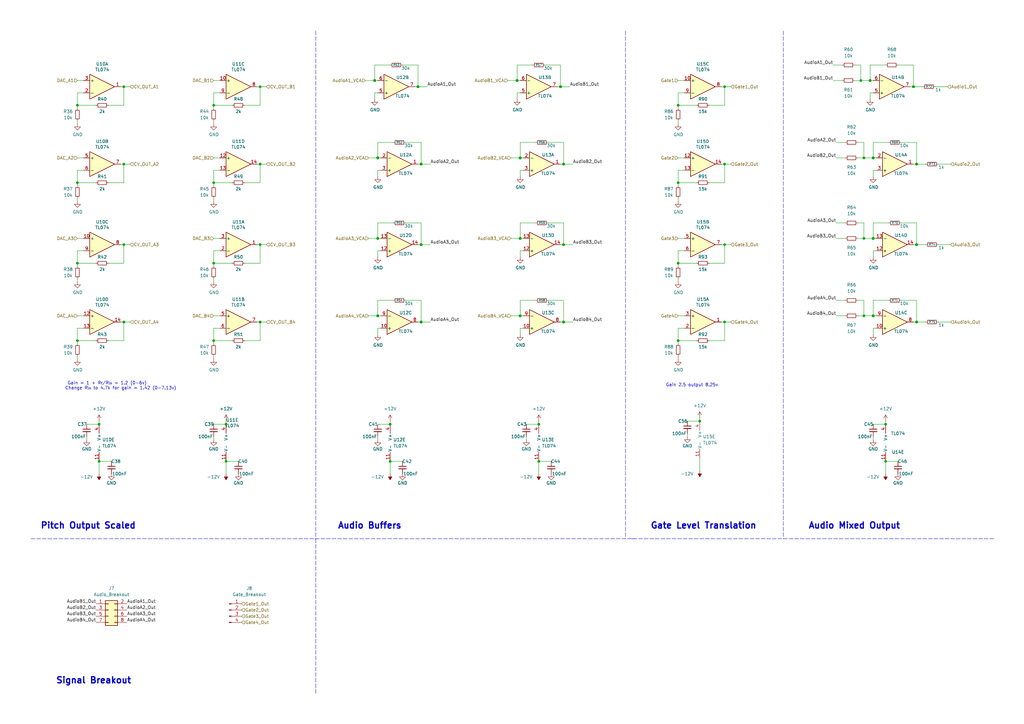
<source format=kicad_sch>
(kicad_sch (version 20211123) (generator eeschema)
  (paper "A3")
  (junction (at 154.94 129.54) (diameter 1.016))
  (junction (at 278.13 74.93))
  (junction (at 50.8 67.31))
  (junction (at 92.71 189.23))
  (junction (at 31.75 43.18))
  (junction (at 213.36 129.54) (diameter 1.016))
  (junction (at 220.98 189.23))
  (junction (at 297.18 100.33))
  (junction (at 231.14 67.31) (diameter 1.016))
  (junction (at 31.75 74.93))
  (junction (at 50.8 35.56))
  (junction (at 231.14 100.33) (diameter 1.016))
  (junction (at 354.33 97.79))
  (junction (at 153.67 33.02) (diameter 1.016))
  (junction (at 31.75 107.95))
  (junction (at 106.68 67.31))
  (junction (at 160.02 173.99))
  (junction (at 172.72 132.08) (diameter 1.016))
  (junction (at 31.75 139.7))
  (junction (at 213.36 64.77) (diameter 1.016))
  (junction (at 375.92 67.31) (diameter 1.016))
  (junction (at 40.64 189.23))
  (junction (at 297.18 67.31))
  (junction (at 220.98 173.99))
  (junction (at 154.94 97.79) (diameter 1.016))
  (junction (at 278.13 43.18))
  (junction (at 356.87 33.02) (diameter 1.016))
  (junction (at 363.22 189.23))
  (junction (at 106.68 100.33))
  (junction (at 229.87 35.56) (diameter 1.016))
  (junction (at 87.63 43.18))
  (junction (at 278.13 139.7))
  (junction (at 375.92 100.33) (diameter 1.016))
  (junction (at 363.22 173.99))
  (junction (at 212.09 33.02) (diameter 1.016))
  (junction (at 358.14 64.77) (diameter 1.016))
  (junction (at 160.02 189.23))
  (junction (at 40.64 173.99))
  (junction (at 213.36 97.79) (diameter 1.016))
  (junction (at 374.65 35.56) (diameter 1.016))
  (junction (at 106.68 132.08))
  (junction (at 154.94 64.77) (diameter 1.016))
  (junction (at 354.33 64.77))
  (junction (at 106.68 35.56))
  (junction (at 231.14 132.08) (diameter 1.016))
  (junction (at 353.06 33.02))
  (junction (at 172.72 67.31) (diameter 1.016))
  (junction (at 297.18 132.08))
  (junction (at 358.14 129.54) (diameter 1.016))
  (junction (at 87.63 139.7))
  (junction (at 297.18 35.56))
  (junction (at 375.92 132.08) (diameter 1.016))
  (junction (at 92.71 173.99))
  (junction (at 171.45 35.56) (diameter 1.016))
  (junction (at 87.63 74.93))
  (junction (at 278.13 107.95))
  (junction (at 358.14 97.79) (diameter 1.016))
  (junction (at 87.63 107.95))
  (junction (at 172.72 100.33) (diameter 1.016))
  (junction (at 287.02 172.72))
  (junction (at 50.8 132.08))
  (junction (at 50.8 100.33))
  (junction (at 354.33 129.54))
  (wire (pts (xy 31.75 74.93) (xy 39.37 74.93)))
  (wire (pts (xy 50.8 132.08) (xy 49.53 132.08)))
  (wire (pts (xy 278.13 114.3) (xy 278.13 115.57)))
  (wire (pts (xy 87.63 102.87) (xy 87.63 107.95)))
  (wire (pts (xy 100.33 139.7) (xy 106.68 139.7)))
  (wire (pts (xy 358.14 129.54) (xy 359.41 129.54)))
  (wire (pts (xy 278.13 107.95) (xy 278.13 109.22)))
  (wire (pts (xy 374.65 132.08) (xy 375.92 132.08)))
  (wire (pts (xy 160.02 172.72) (xy 160.02 173.99)))
  (wire (pts (xy 351.79 58.42) (xy 354.33 58.42)))
  (wire (pts (xy 290.83 107.95) (xy 297.18 107.95)))
  (wire (pts (xy 31.75 64.77) (xy 34.29 64.77)))
  (wire (pts (xy 87.63 129.54) (xy 90.17 129.54)))
  (wire (pts (xy 44.45 139.7) (xy 50.8 139.7)))
  (wire (pts (xy 31.75 38.1) (xy 34.29 38.1)))
  (wire (pts (xy 229.87 26.67) (xy 223.52 26.67)))
  (wire (pts (xy 278.13 129.54) (xy 280.67 129.54)))
  (wire (pts (xy 350.52 33.02) (xy 353.06 33.02)))
  (wire (pts (xy 356.87 33.02) (xy 358.14 33.02)))
  (wire (pts (xy 358.14 91.44) (xy 364.49 91.44)))
  (wire (pts (xy 342.9 64.77) (xy 346.71 64.77)))
  (wire (pts (xy 341.63 33.02) (xy 345.44 33.02)))
  (wire (pts (xy 297.18 74.93) (xy 297.18 67.31)))
  (wire (pts (xy 31.75 139.7) (xy 31.75 140.97)))
  (wire (pts (xy 374.65 26.67) (xy 374.65 35.56)))
  (wire (pts (xy 50.8 43.18) (xy 50.8 35.56)))
  (wire (pts (xy 31.75 114.3) (xy 31.75 115.57)))
  (wire (pts (xy 231.14 100.33) (xy 234.95 100.33)))
  (wire (pts (xy 154.94 102.87) (xy 154.94 105.41)))
  (wire (pts (xy 171.45 132.08) (xy 172.72 132.08)))
  (wire (pts (xy 220.98 189.23) (xy 220.98 194.31)))
  (polyline (pts (xy 12.7 220.98) (xy 407.67 220.98)))
  (wire (pts (xy 358.14 123.19) (xy 358.14 129.54)))
  (wire (pts (xy 374.65 35.56) (xy 378.46 35.56)))
  (wire (pts (xy 278.13 146.05) (xy 278.13 147.32)))
  (wire (pts (xy 31.75 134.62) (xy 31.75 139.7)))
  (wire (pts (xy 297.18 132.08) (xy 295.91 132.08)))
  (wire (pts (xy 31.75 107.95) (xy 31.75 109.22)))
  (wire (pts (xy 87.63 74.93) (xy 87.63 76.2)))
  (wire (pts (xy 278.13 139.7) (xy 285.75 139.7)))
  (wire (pts (xy 299.72 100.33) (xy 297.18 100.33)))
  (wire (pts (xy 35.56 179.07) (xy 35.56 180.34)))
  (wire (pts (xy 172.72 91.44) (xy 172.72 100.33)))
  (wire (pts (xy 31.75 69.85) (xy 34.29 69.85)))
  (wire (pts (xy 356.87 26.67) (xy 363.22 26.67)))
  (wire (pts (xy 31.75 146.05) (xy 31.75 147.32)))
  (wire (pts (xy 373.38 35.56) (xy 374.65 35.56)))
  (wire (pts (xy 100.33 107.95) (xy 106.68 107.95)))
  (wire (pts (xy 374.65 26.67) (xy 368.3 26.67)))
  (polyline (pts (xy 260.35 220.98) (xy 259.08 220.98)))
  (wire (pts (xy 354.33 64.77) (xy 358.14 64.77)))
  (wire (pts (xy 97.79 189.23) (xy 92.71 189.23)))
  (wire (pts (xy 100.33 43.18) (xy 106.68 43.18)))
  (wire (pts (xy 287.02 187.96) (xy 287.02 193.04)))
  (wire (pts (xy 31.75 69.85) (xy 31.75 74.93)))
  (wire (pts (xy 154.94 69.85) (xy 154.94 72.39)))
  (wire (pts (xy 106.68 74.93) (xy 106.68 67.31)))
  (wire (pts (xy 171.45 35.56) (xy 175.26 35.56)))
  (wire (pts (xy 342.9 58.42) (xy 346.71 58.42)))
  (wire (pts (xy 31.75 38.1) (xy 31.75 43.18)))
  (wire (pts (xy 213.36 58.42) (xy 213.36 64.77)))
  (wire (pts (xy 374.65 67.31) (xy 375.92 67.31)))
  (wire (pts (xy 363.22 172.72) (xy 363.22 173.99)))
  (wire (pts (xy 156.21 102.87) (xy 154.94 102.87)))
  (wire (pts (xy 384.81 67.31) (xy 389.89 67.31)))
  (wire (pts (xy 44.45 107.95) (xy 50.8 107.95)))
  (wire (pts (xy 358.14 97.79) (xy 359.41 97.79)))
  (wire (pts (xy 31.75 74.93) (xy 31.75 76.2)))
  (wire (pts (xy 278.13 69.85) (xy 280.67 69.85)))
  (wire (pts (xy 297.18 107.95) (xy 297.18 100.33)))
  (wire (pts (xy 354.33 58.42) (xy 354.33 64.77)))
  (wire (pts (xy 170.18 35.56) (xy 171.45 35.56)))
  (wire (pts (xy 109.22 67.31) (xy 106.68 67.31)))
  (wire (pts (xy 87.63 146.05) (xy 87.63 147.32)))
  (wire (pts (xy 87.63 64.77) (xy 90.17 64.77)))
  (wire (pts (xy 109.22 35.56) (xy 106.68 35.56)))
  (wire (pts (xy 342.9 91.44) (xy 346.71 91.44)))
  (wire (pts (xy 154.94 64.77) (xy 156.21 64.77)))
  (polyline (pts (xy 129.54 220.98) (xy 129.54 284.48)))
  (wire (pts (xy 358.14 91.44) (xy 358.14 97.79)))
  (wire (pts (xy 353.06 33.02) (xy 356.87 33.02)))
  (wire (pts (xy 31.75 107.95) (xy 39.37 107.95)))
  (wire (pts (xy 231.14 67.31) (xy 234.95 67.31)))
  (wire (pts (xy 87.63 114.3) (xy 87.63 115.57)))
  (wire (pts (xy 154.94 58.42) (xy 154.94 64.77)))
  (wire (pts (xy 359.41 102.87) (xy 358.14 102.87)))
  (polyline (pts (xy 321.31 12.7) (xy 321.31 220.98)))
  (wire (pts (xy 154.94 38.1) (xy 153.67 38.1)))
  (wire (pts (xy 290.83 139.7) (xy 297.18 139.7)))
  (wire (pts (xy 31.75 43.18) (xy 31.75 44.45)))
  (wire (pts (xy 171.45 100.33) (xy 172.72 100.33)))
  (wire (pts (xy 229.87 132.08) (xy 231.14 132.08)))
  (wire (pts (xy 350.52 26.67) (xy 353.06 26.67)))
  (wire (pts (xy 154.94 134.62) (xy 154.94 137.16)))
  (wire (pts (xy 154.94 129.54) (xy 156.21 129.54)))
  (wire (pts (xy 358.14 64.77) (xy 359.41 64.77)))
  (wire (pts (xy 278.13 107.95) (xy 285.75 107.95)))
  (wire (pts (xy 375.92 123.19) (xy 375.92 132.08)))
  (wire (pts (xy 375.92 58.42) (xy 369.57 58.42)))
  (wire (pts (xy 228.6 35.56) (xy 229.87 35.56)))
  (wire (pts (xy 375.92 100.33) (xy 379.73 100.33)))
  (wire (pts (xy 154.94 91.44) (xy 161.29 91.44)))
  (wire (pts (xy 278.13 102.87) (xy 278.13 107.95)))
  (wire (pts (xy 375.92 132.08) (xy 379.73 132.08)))
  (wire (pts (xy 213.36 129.54) (xy 214.63 129.54)))
  (wire (pts (xy 87.63 43.18) (xy 87.63 44.45)))
  (wire (pts (xy 212.09 38.1) (xy 212.09 40.64)))
  (wire (pts (xy 358.14 38.1) (xy 356.87 38.1)))
  (wire (pts (xy 44.45 43.18) (xy 50.8 43.18)))
  (wire (pts (xy 231.14 123.19) (xy 231.14 132.08)))
  (wire (pts (xy 358.14 102.87) (xy 358.14 105.41)))
  (wire (pts (xy 281.94 172.72) (xy 287.02 172.72)))
  (wire (pts (xy 31.75 139.7) (xy 39.37 139.7)))
  (wire (pts (xy 213.36 134.62) (xy 213.36 137.16)))
  (wire (pts (xy 299.72 132.08) (xy 297.18 132.08)))
  (wire (pts (xy 31.75 49.53) (xy 31.75 50.8)))
  (wire (pts (xy 231.14 91.44) (xy 224.79 91.44)))
  (wire (pts (xy 154.94 173.99) (xy 160.02 173.99)))
  (wire (pts (xy 226.06 189.23) (xy 220.98 189.23)))
  (wire (pts (xy 87.63 179.07) (xy 87.63 180.34)))
  (wire (pts (xy 215.9 173.99) (xy 220.98 173.99)))
  (wire (pts (xy 278.13 38.1) (xy 280.67 38.1)))
  (wire (pts (xy 213.36 38.1) (xy 212.09 38.1)))
  (wire (pts (xy 299.72 67.31) (xy 297.18 67.31)))
  (wire (pts (xy 44.45 74.93) (xy 50.8 74.93)))
  (wire (pts (xy 153.67 26.67) (xy 160.02 26.67)))
  (wire (pts (xy 172.72 91.44) (xy 166.37 91.44)))
  (wire (pts (xy 154.94 179.07) (xy 154.94 180.34)))
  (wire (pts (xy 106.68 107.95) (xy 106.68 100.33)))
  (wire (pts (xy 354.33 97.79) (xy 358.14 97.79)))
  (wire (pts (xy 172.72 123.19) (xy 172.72 132.08)))
  (wire (pts (xy 172.72 123.19) (xy 166.37 123.19)))
  (wire (pts (xy 278.13 43.18) (xy 285.75 43.18)))
  (wire (pts (xy 278.13 102.87) (xy 280.67 102.87)))
  (wire (pts (xy 87.63 49.53) (xy 87.63 50.8)))
  (wire (pts (xy 172.72 58.42) (xy 172.72 67.31)))
  (wire (pts (xy 358.14 123.19) (xy 364.49 123.19)))
  (wire (pts (xy 213.36 102.87) (xy 213.36 105.41)))
  (wire (pts (xy 160.02 189.23) (xy 160.02 194.31)))
  (wire (pts (xy 50.8 67.31) (xy 49.53 67.31)))
  (wire (pts (xy 342.9 123.19) (xy 346.71 123.19)))
  (wire (pts (xy 384.81 132.08) (xy 389.89 132.08)))
  (wire (pts (xy 53.34 100.33) (xy 50.8 100.33)))
  (wire (pts (xy 213.36 58.42) (xy 219.71 58.42)))
  (wire (pts (xy 151.13 64.77) (xy 154.94 64.77)))
  (wire (pts (xy 53.34 35.56) (xy 50.8 35.56)))
  (wire (pts (xy 351.79 64.77) (xy 354.33 64.77)))
  (wire (pts (xy 213.36 91.44) (xy 219.71 91.44)))
  (wire (pts (xy 278.13 49.53) (xy 278.13 50.8)))
  (wire (pts (xy 154.94 123.19) (xy 154.94 129.54)))
  (wire (pts (xy 231.14 123.19) (xy 224.79 123.19)))
  (wire (pts (xy 229.87 26.67) (xy 229.87 35.56)))
  (wire (pts (xy 109.22 132.08) (xy 106.68 132.08)))
  (wire (pts (xy 351.79 97.79) (xy 354.33 97.79)))
  (wire (pts (xy 356.87 26.67) (xy 356.87 33.02)))
  (wire (pts (xy 297.18 139.7) (xy 297.18 132.08)))
  (wire (pts (xy 359.41 69.85) (xy 358.14 69.85)))
  (wire (pts (xy 87.63 97.79) (xy 90.17 97.79)))
  (wire (pts (xy 213.36 91.44) (xy 213.36 97.79)))
  (wire (pts (xy 278.13 64.77) (xy 280.67 64.77)))
  (wire (pts (xy 278.13 134.62) (xy 280.67 134.62)))
  (wire (pts (xy 50.8 35.56) (xy 49.53 35.56)))
  (wire (pts (xy 375.92 58.42) (xy 375.92 67.31)))
  (wire (pts (xy 214.63 102.87) (xy 213.36 102.87)))
  (wire (pts (xy 53.34 132.08) (xy 50.8 132.08)))
  (wire (pts (xy 374.65 100.33) (xy 375.92 100.33)))
  (wire (pts (xy 212.09 26.67) (xy 218.44 26.67)))
  (wire (pts (xy 375.92 91.44) (xy 369.57 91.44)))
  (wire (pts (xy 383.54 35.56) (xy 388.62 35.56)))
  (wire (pts (xy 297.18 100.33) (xy 295.91 100.33)))
  (wire (pts (xy 358.14 173.99) (xy 363.22 173.99)))
  (polyline (pts (xy 256.54 12.7) (xy 256.54 220.98)))
  (wire (pts (xy 278.13 139.7) (xy 278.13 140.97)))
  (wire (pts (xy 87.63 74.93) (xy 95.25 74.93)))
  (wire (pts (xy 278.13 134.62) (xy 278.13 139.7)))
  (wire (pts (xy 87.63 69.85) (xy 90.17 69.85)))
  (wire (pts (xy 92.71 189.23) (xy 92.71 194.31)))
  (wire (pts (xy 363.22 189.23) (xy 363.22 194.31)))
  (wire (pts (xy 213.36 97.79) (xy 214.63 97.79)))
  (wire (pts (xy 87.63 33.02) (xy 90.17 33.02)))
  (wire (pts (xy 31.75 102.87) (xy 31.75 107.95)))
  (wire (pts (xy 31.75 81.28) (xy 31.75 82.55)))
  (wire (pts (xy 212.09 26.67) (xy 212.09 33.02)))
  (wire (pts (xy 354.33 123.19) (xy 354.33 129.54)))
  (wire (pts (xy 278.13 74.93) (xy 285.75 74.93)))
  (wire (pts (xy 172.72 67.31) (xy 176.53 67.31)))
  (wire (pts (xy 341.63 26.67) (xy 345.44 26.67)))
  (wire (pts (xy 87.63 107.95) (xy 87.63 109.22)))
  (wire (pts (xy 40.64 189.23) (xy 40.64 194.31)))
  (wire (pts (xy 297.18 43.18) (xy 297.18 35.56)))
  (wire (pts (xy 151.13 129.54) (xy 154.94 129.54)))
  (wire (pts (xy 213.36 123.19) (xy 213.36 129.54)))
  (wire (pts (xy 281.94 177.8) (xy 281.94 179.07)))
  (wire (pts (xy 290.83 74.93) (xy 297.18 74.93)))
  (wire (pts (xy 229.87 67.31) (xy 231.14 67.31)))
  (wire (pts (xy 351.79 129.54) (xy 354.33 129.54)))
  (wire (pts (xy 106.68 67.31) (xy 105.41 67.31)))
  (wire (pts (xy 87.63 139.7) (xy 87.63 140.97)))
  (wire (pts (xy 153.67 33.02) (xy 154.94 33.02)))
  (wire (pts (xy 342.9 129.54) (xy 346.71 129.54)))
  (wire (pts (xy 87.63 81.28) (xy 87.63 82.55)))
  (wire (pts (xy 354.33 129.54) (xy 358.14 129.54)))
  (wire (pts (xy 278.13 74.93) (xy 278.13 76.2)))
  (wire (pts (xy 384.81 100.33) (xy 389.89 100.33)))
  (wire (pts (xy 342.9 97.79) (xy 346.71 97.79)))
  (wire (pts (xy 209.55 129.54) (xy 213.36 129.54)))
  (wire (pts (xy 220.98 172.72) (xy 220.98 173.99)))
  (wire (pts (xy 31.75 43.18) (xy 39.37 43.18)))
  (wire (pts (xy 106.68 35.56) (xy 105.41 35.56)))
  (wire (pts (xy 358.14 58.42) (xy 358.14 64.77)))
  (polyline (pts (xy 129.54 12.7) (xy 129.54 220.98)))
  (wire (pts (xy 351.79 91.44) (xy 354.33 91.44)))
  (wire (pts (xy 92.71 172.72) (xy 92.71 173.99)))
  (wire (pts (xy 100.33 74.93) (xy 106.68 74.93)))
  (wire (pts (xy 50.8 74.93) (xy 50.8 67.31)))
  (wire (pts (xy 106.68 43.18) (xy 106.68 35.56)))
  (wire (pts (xy 213.36 123.19) (xy 219.71 123.19)))
  (wire (pts (xy 231.14 58.42) (xy 231.14 67.31)))
  (wire (pts (xy 154.94 58.42) (xy 161.29 58.42)))
  (wire (pts (xy 229.87 100.33) (xy 231.14 100.33)))
  (wire (pts (xy 215.9 179.07) (xy 215.9 180.34)))
  (wire (pts (xy 351.79 123.19) (xy 354.33 123.19)))
  (wire (pts (xy 278.13 81.28) (xy 278.13 82.55)))
  (wire (pts (xy 354.33 91.44) (xy 354.33 97.79)))
  (wire (pts (xy 359.41 134.62) (xy 358.14 134.62)))
  (wire (pts (xy 45.72 189.23) (xy 40.64 189.23)))
  (wire (pts (xy 87.63 134.62) (xy 87.63 139.7)))
  (wire (pts (xy 53.34 67.31) (xy 50.8 67.31)))
  (wire (pts (xy 149.86 33.02) (xy 153.67 33.02)))
  (wire (pts (xy 153.67 38.1) (xy 153.67 40.64)))
  (wire (pts (xy 278.13 69.85) (xy 278.13 74.93)))
  (wire (pts (xy 231.14 91.44) (xy 231.14 100.33)))
  (wire (pts (xy 375.92 91.44) (xy 375.92 100.33)))
  (wire (pts (xy 356.87 38.1) (xy 356.87 40.64)))
  (wire (pts (xy 299.72 35.56) (xy 297.18 35.56)))
  (wire (pts (xy 31.75 134.62) (xy 34.29 134.62)))
  (wire (pts (xy 87.63 134.62) (xy 90.17 134.62)))
  (wire (pts (xy 40.64 172.72) (xy 40.64 173.99)))
  (wire (pts (xy 231.14 132.08) (xy 234.95 132.08)))
  (wire (pts (xy 375.92 123.19) (xy 369.57 123.19)))
  (wire (pts (xy 231.14 58.42) (xy 224.79 58.42)))
  (wire (pts (xy 358.14 179.07) (xy 358.14 180.34)))
  (wire (pts (xy 87.63 38.1) (xy 90.17 38.1)))
  (wire (pts (xy 297.18 67.31) (xy 295.91 67.31)))
  (wire (pts (xy 50.8 107.95) (xy 50.8 100.33)))
  (wire (pts (xy 214.63 69.85) (xy 213.36 69.85)))
  (wire (pts (xy 358.14 69.85) (xy 358.14 72.39)))
  (wire (pts (xy 87.63 38.1) (xy 87.63 43.18)))
  (wire (pts (xy 106.68 139.7) (xy 106.68 132.08)))
  (wire (pts (xy 278.13 43.18) (xy 278.13 44.45)))
  (wire (pts (xy 171.45 26.67) (xy 165.1 26.67)))
  (wire (pts (xy 172.72 132.08) (xy 176.53 132.08)))
  (wire (pts (xy 87.63 43.18) (xy 95.25 43.18)))
  (wire (pts (xy 31.75 33.02) (xy 34.29 33.02)))
  (wire (pts (xy 358.14 58.42) (xy 364.49 58.42)))
  (wire (pts (xy 368.3 189.23) (xy 363.22 189.23)))
  (wire (pts (xy 165.1 189.23) (xy 160.02 189.23)))
  (wire (pts (xy 297.18 35.56) (xy 295.91 35.56)))
  (wire (pts (xy 151.13 97.79) (xy 154.94 97.79)))
  (wire (pts (xy 172.72 100.33) (xy 176.53 100.33)))
  (wire (pts (xy 278.13 97.79) (xy 280.67 97.79)))
  (wire (pts (xy 87.63 69.85) (xy 87.63 74.93)))
  (wire (pts (xy 106.68 132.08) (xy 105.41 132.08)))
  (wire (pts (xy 278.13 33.02) (xy 280.67 33.02)))
  (wire (pts (xy 278.13 38.1) (xy 278.13 43.18)))
  (wire (pts (xy 50.8 139.7) (xy 50.8 132.08)))
  (wire (pts (xy 106.68 100.33) (xy 105.41 100.33)))
  (wire (pts (xy 87.63 139.7) (xy 95.25 139.7)))
  (wire (pts (xy 171.45 67.31) (xy 172.72 67.31)))
  (wire (pts (xy 209.55 64.77) (xy 213.36 64.77)))
  (wire (pts (xy 358.14 134.62) (xy 358.14 137.16)))
  (wire (pts (xy 214.63 134.62) (xy 213.36 134.62)))
  (wire (pts (xy 287.02 171.45) (xy 287.02 172.72)))
  (wire (pts (xy 154.94 123.19) (xy 161.29 123.19)))
  (wire (pts (xy 213.36 69.85) (xy 213.36 72.39)))
  (wire (pts (xy 171.45 26.67) (xy 171.45 35.56)))
  (wire (pts (xy 87.63 107.95) (xy 95.25 107.95)))
  (wire (pts (xy 154.94 97.79) (xy 156.21 97.79)))
  (wire (pts (xy 353.06 26.67) (xy 353.06 33.02)))
  (wire (pts (xy 109.22 100.33) (xy 106.68 100.33)))
  (wire (pts (xy 213.36 64.77) (xy 214.63 64.77)))
  (wire (pts (xy 209.55 97.79) (xy 213.36 97.79)))
  (wire (pts (xy 375.92 67.31) (xy 379.73 67.31)))
  (wire (pts (xy 31.75 129.54) (xy 34.29 129.54)))
  (wire (pts (xy 35.56 173.99) (xy 40.64 173.99)))
  (wire (pts (xy 50.8 100.33) (xy 49.53 100.33)))
  (wire (pts (xy 31.75 102.87) (xy 34.29 102.87)))
  (wire (pts (xy 156.21 69.85) (xy 154.94 69.85)))
  (wire (pts (xy 208.28 33.02) (xy 212.09 33.02)))
  (wire (pts (xy 290.83 43.18) (xy 297.18 43.18)))
  (wire (pts (xy 172.72 58.42) (xy 166.37 58.42)))
  (wire (pts (xy 87.63 173.99) (xy 92.71 173.99)))
  (wire (pts (xy 212.09 33.02) (xy 213.36 33.02)))
  (wire (pts (xy 154.94 91.44) (xy 154.94 97.79)))
  (wire (pts (xy 229.87 35.56) (xy 233.68 35.56)))
  (wire (pts (xy 156.21 134.62) (xy 154.94 134.62)))
  (wire (pts (xy 87.63 102.87) (xy 90.17 102.87)))
  (wire (pts (xy 31.75 97.79) (xy 34.29 97.79)))
  (wire (pts (xy 153.67 26.67) (xy 153.67 33.02)))
  (text "Signal Breakout" (at 22.86 280.67 0) (effects (font (size 2.54 2.54) (thickness 0.508) bold) (justify left bottom)))
  (text "Gate Level Translation" (at 266.7 217.17 0) (effects (font (size 2.54 2.54) (thickness 0.508) bold) (justify left bottom)))
  (text "Audio Buffers" (at 138.43 217.17 0) (effects (font (size 2.54 2.54) (thickness 0.508) bold) (justify left bottom)))
  (text "Pitch Output Scaled" (at 16.51 217.17 0) (effects (font (size 2.54 2.54) (thickness 0.508) bold) (justify left bottom)))
  (text "Audio Mixed Output" (at 331.47 217.17 0) (effects (font (size 2.54 2.54) (thickness 0.508) bold) (justify left bottom)))
  (text "Gain 2.5 output 8.25v" (at 273.05 158.75 0) (effects (font (size 1.27 1.27)) (justify left bottom)))
  (text " Gain = 1 + R_{f}/R_{in} = 1.2 (0-6v)\nChange R_{in} to 4.7k for gain = 1.42 (0-7.13v)" (at 26.67 160.02 0) (effects (font (size 1.27 1.27)) (justify left bottom)))
  (label "AudioA1_Out" (at 341.63 26.67 180))
  (label "AudioB2_Out" (at 342.9 64.77 180))
  (label "AudioB3_Out" (at 234.95 100.33 0))
  (label "AudioB1_Out" (at 39.37 247.65 180))
  (label "AudioA3_Out" (at 52.07 252.73 0))
  (label "AudioB3_Out" (at 39.37 252.73 180))
  (label "AudioB1_Out" (at 233.68 35.56 0))
  (label "AudioA2_Out" (at 52.07 250.19 0))
  (label "AudioA2_Out" (at 342.9 58.42 180))
  (label "AudioA4_Out" (at 176.53 132.08 0))
  (label "AudioB4_Out" (at 234.95 132.08 0))
  (label "AudioB4_Out" (at 342.9 129.54 180))
  (label "AudioB2_Out" (at 39.37 250.19 180))
  (label "AudioA4_Out" (at 52.07 255.27 0))
  (label "AudioB2_Out" (at 234.95 67.31 0))
  (label "AudioA3_Out" (at 176.53 100.33 0))
  (label "AudioA1_Out" (at 52.07 247.65 0))
  (label "AudioA4_Out" (at 342.9 123.19 180))
  (label "AudioA3_Out" (at 342.9 91.44 180))
  (label "AudioA1_Out" (at 175.26 35.56 0))
  (label "AudioA2_Out" (at 176.53 67.31 0))
  (label "AudioB4_Out" (at 39.37 255.27 180))
  (label "AudioB3_Out" (at 342.9 97.79 180))
  (label "AudioB1_Out" (at 341.63 33.02 180))
  (hierarchical_label "Gate1_Out" (shape input) (at 99.06 247.65 0))
  (hierarchical_label "Gate4_Out" (shape input) (at 299.72 132.08 0))
  (hierarchical_label "Gate2_Out" (shape input) (at 99.06 250.19 0))
  (hierarchical_label "Audio1_Out" (shape input) (at 388.62 35.56 0))
  (hierarchical_label "Audio3_Out" (shape input) (at 389.89 100.33 0))
  (hierarchical_label "Gate3" (shape input) (at 278.13 97.79 180))
  (hierarchical_label "Gate3_Out" (shape input) (at 299.72 100.33 0))
  (hierarchical_label "Gate1" (shape input) (at 278.13 33.02 180))
  (hierarchical_label "Gate2" (shape input) (at 278.13 64.77 180))
  (hierarchical_label "Gate4_Out" (shape input) (at 99.06 255.27 0))
  (hierarchical_label "DAC_B3" (shape input) (at 87.63 97.79 180))
  (hierarchical_label "DAC_A2" (shape input) (at 31.75 64.77 180))
  (hierarchical_label "DAC_A1" (shape input) (at 31.75 33.02 180))
  (hierarchical_label "CV_OUT_A2" (shape input) (at 53.34 67.31 0))
  (hierarchical_label "Audio4_Out" (shape input) (at 389.89 132.08 0))
  (hierarchical_label "CV_OUT_B3" (shape input) (at 109.22 100.33 0))
  (hierarchical_label "CV_OUT_B4" (shape input) (at 109.22 132.08 0))
  (hierarchical_label "AudioA2_VCA" (shape input) (at 151.13 64.77 180))
  (hierarchical_label "DAC_B2" (shape input) (at 87.63 64.77 180))
  (hierarchical_label "AudioB2_VCA" (shape input) (at 209.55 64.77 180))
  (hierarchical_label "CV_OUT_A1" (shape input) (at 53.34 35.56 0))
  (hierarchical_label "CV_OUT_B1" (shape input) (at 109.22 35.56 0))
  (hierarchical_label "Gate4" (shape input) (at 278.13 129.54 180))
  (hierarchical_label "DAC_A4" (shape input) (at 31.75 129.54 180))
  (hierarchical_label "AudioB1_VCA" (shape input) (at 208.28 33.02 180))
  (hierarchical_label "AudioA4_VCA" (shape input) (at 151.13 129.54 180))
  (hierarchical_label "CV_OUT_B2" (shape input) (at 109.22 67.31 0))
  (hierarchical_label "Gate2_Out" (shape input) (at 299.72 67.31 0))
  (hierarchical_label "AudioB3_VCA" (shape input) (at 209.55 97.79 180))
  (hierarchical_label "Gate3_Out" (shape input) (at 99.06 252.73 0))
  (hierarchical_label "Audio2_Out" (shape input) (at 389.89 67.31 0))
  (hierarchical_label "AudioA1_VCA" (shape input) (at 149.86 33.02 180))
  (hierarchical_label "AudioB4_VCA" (shape input) (at 209.55 129.54 180))
  (hierarchical_label "AudioA3_VCA" (shape input) (at 151.13 97.79 180))
  (hierarchical_label "CV_OUT_A4" (shape input) (at 53.34 132.08 0))
  (hierarchical_label "DAC_B4" (shape input) (at 87.63 129.54 180))
  (hierarchical_label "DAC_B1" (shape input) (at 87.63 33.02 180))
  (hierarchical_label "CV_OUT_A3" (shape input) (at 53.34 100.33 0))
  (hierarchical_label "Gate1_Out" (shape input) (at 299.72 35.56 0))
  (hierarchical_label "DAC_A3" (shape input) (at 31.75 97.79 180))
  (symbol (lib_id "Device:R_Small") (at 31.75 78.74 180) (unit 1)
    (property "Reference" "R37" (at 27.94 77.47 0))
    (property "Value" "10k" (at 27.94 80.01 0))
    (property "Footprint" "Resistor_SMD:R_0603_1608Metric" (effects hide))
  )
  (symbol (lib_id "power:GND") (at 153.67 40.64 0) (unit 1)
    (property "Reference" "#PWR092" (effects hide))
    (property "Value" "GND" (at 153.797 45.0342 0))
  )
  (symbol (lib_id "Amplifier_Operational:TL074") (at 163.83 67.31 0) (mirror x) (unit 1)
    (property "Reference" "U12" (at 166.37 63.5 0))
    (property "Value" "TL074" (at 166.37 71.12 0))
    (property "Footprint" "Package_SO:TSSOP-14_4.4x5mm_P0.65mm" (effects hide))
    (property "Datasheet" "http://www.ti.com/lit/ds/symlink/tl071.pdf" (effects hide))
  )
  (symbol (lib_id "Amplifier_Operational:TL074") (at 163.83 132.08 0) (mirror x) (unit 3)
    (property "Reference" "U12" (at 166.37 128.27 0))
    (property "Value" "TL074" (at 166.37 135.89 0))
    (property "Footprint" "Package_SO:TSSOP-14_4.4x5mm_P0.65mm" (effects hide))
    (property "Datasheet" "http://www.ti.com/lit/ds/symlink/tl071.pdf" (effects hide))
  )
  (symbol (lib_id "Device:R_Small") (at 382.27 132.08 270) (unit 1)
    (property "Reference" "R75" (at 382.27 132.08 90) (effects (font (size 0.889 0.889))))
    (property "Value" "1k" (at 386.08 133.35 90))
    (property "Footprint" "Resistor_SMD:R_0603_1608Metric" (effects hide))
    (property "Part_Number" "C21190" (effects hide))
  )
  (symbol (lib_id "Device:R_Small") (at 278.13 111.76 180) (unit 1)
    (property "Reference" "R89" (at 274.32 110.49 0))
    (property "Value" "10k" (at 274.32 113.03 0))
    (property "Footprint" "Resistor_SMD:R_0603_1608Metric" (effects hide))
  )
  (symbol (lib_id "Device:R_Small") (at 87.63 111.76 180) (unit 1)
    (property "Reference" "R46" (at 83.82 110.49 0))
    (property "Value" "10k" (at 83.82 113.03 0))
    (property "Footprint" "Resistor_SMD:R_0603_1608Metric" (effects hide))
  )
  (symbol (lib_id "Device:R_Small") (at 97.79 139.7 270) (unit 1)
    (property "Reference" "R51" (at 97.79 137.16 90))
    (property "Value" "2k" (at 97.79 142.24 90))
    (property "Footprint" "Resistor_SMD:R_0603_1608Metric" (effects hide))
  )
  (symbol (lib_id "power:GND") (at 31.75 82.55 0) (unit 1)
    (property "Reference" "#PWR077" (effects hide))
    (property "Value" "GND" (at 31.877 86.9442 0))
  )
  (symbol (lib_id "power:-12V") (at 160.02 194.31 180) (unit 1)
    (property "Reference" "#PWR097" (effects hide))
    (property "Value" "-12V" (at 157.48 195.5799 0) (effects (justify left)))
  )
  (symbol (lib_id "Device:C_Small") (at 281.94 175.26 0) (unit 1)
    (property "Reference" "C56" (at 278.13 172.72 0) (effects (justify left)))
    (property "Value" "100nF" (at 275.59 177.8 0) (effects (justify left)))
    (property "Footprint" "Capacitor_SMD:C_0603_1608Metric" (effects hide))
    (property "Part_Number" "C23630" (effects hide))
  )
  (symbol (lib_id "power:+12V") (at 363.22 172.72 0) (unit 1)
    (property "Reference" "#PWR0112" (effects hide))
    (property "Value" "+12V" (at 363.22 167.64 0))
  )
  (symbol (lib_id "power:GND") (at 154.94 137.16 0) (unit 1)
    (property "Reference" "#PWR093" (effects hide))
    (property "Value" "GND" (at 155.067 141.5542 0))
  )
  (symbol (lib_id "Amplifier_Operational:TL074") (at 367.03 67.31 0) (mirror x) (unit 1)
    (property "Reference" "U14" (at 369.57 63.5 0))
    (property "Value" "TL074" (at 369.57 71.12 0))
    (property "Footprint" "Package_SO:TSSOP-14_4.4x5mm_P0.65mm" (effects hide))
    (property "Datasheet" "http://www.ti.com/lit/ds/symlink/tl071.pdf" (effects hide))
  )
  (symbol (lib_id "Amplifier_Operational:TL074") (at 97.79 132.08 0) (unit 2)
    (property "Reference" "U11" (at 97.79 122.7582 0))
    (property "Value" "TL074" (at 97.79 125.0696 0))
    (property "Footprint" "Package_SO:TSSOP-14_4.4x5mm_P0.65mm" (effects hide))
    (property "Datasheet" "http://www.ti.com/lit/ds/symlink/tl071.pdf" (effects hide))
  )
  (symbol (lib_id "Amplifier_Operational:TL074") (at 95.25 181.61 0) (unit 5)
    (property "Reference" "U11" (at 95.25 172.2882 0))
    (property "Value" "TL074" (at 95.25 174.5996 0))
    (property "Footprint" "Package_SO:TSSOP-14_4.4x5mm_P0.65mm" (effects hide))
    (property "Datasheet" "http://www.ti.com/lit/ds/symlink/tl071.pdf" (effects hide))
  )
  (symbol (lib_id "power:-12V") (at 363.22 194.31 180) (unit 1)
    (property "Reference" "#PWR0113" (effects hide))
    (property "Value" "-12V" (at 360.68 195.5799 0) (effects (justify left)))
  )
  (symbol (lib_id "Device:R_Small") (at 349.25 91.44 270) (unit 1)
    (property "Reference" "R64" (at 349.25 85.09 90))
    (property "Value" "10k" (at 349.25 87.63 90))
    (property "Footprint" "Resistor_SMD:R_0603_1608Metric" (effects hide))
    (property "Part_Number" "C22984" (effects hide))
  )
  (symbol (lib_id "Device:R_Small") (at 288.29 74.93 270) (unit 1)
    (property "Reference" "R91" (at 288.29 72.39 90))
    (property "Value" "15k" (at 288.29 77.47 90))
    (property "Footprint" "Resistor_SMD:R_0603_1608Metric" (effects hide))
  )
  (symbol (lib_id "power:GND") (at 358.14 180.34 0) (unit 1)
    (property "Reference" "#PWR0107" (effects hide))
    (property "Value" "GND" (at 358.14 184.15 0))
  )
  (symbol (lib_id "Connector_Generic:Conn_02x04_Odd_Even") (at 44.45 250.19 0) (unit 1)
    (property "Reference" "J7" (at 45.72 241.3 0))
    (property "Value" "Audio_Breakout" (at 45.72 243.84 0))
    (property "Footprint" "Connector_PinHeader_2.54mm:PinHeader_2x04_P2.54mm_Vertical" (effects hide))
  )
  (symbol (lib_id "power:GND") (at 215.9 180.34 0) (unit 1)
    (property "Reference" "#PWR0103" (effects hide))
    (property "Value" "GND" (at 215.9 184.15 0))
  )
  (symbol (lib_id "Device:C_Small") (at 35.56 176.53 0) (unit 1)
    (property "Reference" "C37" (at 31.75 173.99 0) (effects (justify left)))
    (property "Value" "100nF" (at 29.21 179.07 0) (effects (justify left)))
    (property "Footprint" "Capacitor_SMD:C_0603_1608Metric" (effects hide))
    (property "Part_Number" "C23630" (effects hide))
  )
  (symbol (lib_id "power:GND") (at 87.63 115.57 0) (unit 1)
    (property "Reference" "#PWR086" (effects hide))
    (property "Value" "GND" (at 87.757 119.9642 0))
  )
  (symbol (lib_id "Device:R_Small") (at 97.79 107.95 270) (unit 1)
    (property "Reference" "R50" (at 97.79 105.41 90))
    (property "Value" "2k" (at 97.79 110.49 90))
    (property "Footprint" "Resistor_SMD:R_0603_1608Metric" (effects hide))
  )
  (symbol (lib_id "power:GND") (at 45.72 194.31 0) (mirror y) (unit 1)
    (property "Reference" "#PWR082" (effects hide))
    (property "Value" "GND" (at 45.72 198.12 0))
  )
  (symbol (lib_id "Amplifier_Operational:TL074") (at 41.91 132.08 0) (unit 4)
    (property "Reference" "U10" (at 41.91 122.7582 0))
    (property "Value" "TL074" (at 41.91 125.0696 0))
    (property "Footprint" "Package_SO:TSSOP-14_4.4x5mm_P0.65mm" (effects hide))
    (property "Datasheet" "http://www.ti.com/lit/ds/symlink/tl071.pdf" (effects hide))
  )
  (symbol (lib_id "power:-12V") (at 220.98 194.31 180) (unit 1)
    (property "Reference" "#PWR0105" (effects hide))
    (property "Value" "-12V" (at 218.44 195.5799 0) (effects (justify left)))
  )
  (symbol (lib_id "Connector:Conn_01x04_Male") (at 93.98 250.19 0) (unit 1)
    (property "Reference" "J8" (at 102.235 241.3 0))
    (property "Value" "Gate_Breakout" (at 102.235 243.84 0))
    (property "Footprint" "Connector_PinHeader_2.54mm:PinHeader_1x04_P2.54mm_Vertical" (effects hide))
  )
  (symbol (lib_id "power:GND") (at 278.13 115.57 0) (unit 1)
    (property "Reference" "#PWR0131" (effects hide))
    (property "Value" "GND" (at 278.257 119.9642 0))
  )
  (symbol (lib_id "power:GND") (at 97.79 194.31 0) (mirror y) (unit 1)
    (property "Reference" "#PWR090" (effects hide))
    (property "Value" "GND" (at 97.79 198.12 0))
  )
  (symbol (lib_id "Device:R_Small") (at 97.79 43.18 270) (unit 1)
    (property "Reference" "R48" (at 97.79 40.64 90))
    (property "Value" "2k" (at 97.79 45.72 90))
    (property "Footprint" "Resistor_SMD:R_0603_1608Metric" (effects hide))
  )
  (symbol (lib_id "Device:R_Small") (at 347.98 33.02 270) (unit 1)
    (property "Reference" "R61" (at 347.98 36.83 90))
    (property "Value" "10k" (at 347.98 39.37 90))
    (property "Footprint" "Resistor_SMD:R_0603_1608Metric" (effects hide))
    (property "Part_Number" "C22984" (effects hide))
  )
  (symbol (lib_id "Device:R_Small") (at 222.25 123.19 270) (unit 1)
    (property "Reference" "R58" (at 222.25 123.19 90) (effects (font (size 0.889 0.889))))
    (property "Value" "30k" (at 226.06 124.46 90))
    (property "Footprint" "Resistor_SMD:R_0603_1608Metric" (effects hide))
    (property "Part_Number" "C22984" (effects hide))
  )
  (symbol (lib_id "power:GND") (at 87.63 50.8 0) (unit 1)
    (property "Reference" "#PWR084" (effects hide))
    (property "Value" "GND" (at 87.757 55.1942 0))
  )
  (symbol (lib_id "power:+12V") (at 92.71 172.72 0) (unit 1)
    (property "Reference" "#PWR088" (effects hide))
    (property "Value" "+12V" (at 92.71 167.64 0))
  )
  (symbol (lib_id "Device:R_Small") (at 278.13 78.74 180) (unit 1)
    (property "Reference" "R87" (at 274.32 77.47 0))
    (property "Value" "10k" (at 274.32 80.01 0))
    (property "Footprint" "Resistor_SMD:R_0603_1608Metric" (effects hide))
  )
  (symbol (lib_id "Device:R_Small") (at 163.83 58.42 270) (unit 1)
    (property "Reference" "R52" (at 163.83 58.42 90) (effects (font (size 0.889 0.889))))
    (property "Value" "30k" (at 167.64 59.69 90))
    (property "Footprint" "Resistor_SMD:R_0603_1608Metric" (effects hide))
    (property "Part_Number" "C22984" (effects hide))
  )
  (symbol (lib_id "power:+12V") (at 220.98 172.72 0) (unit 1)
    (property "Reference" "#PWR0104" (effects hide))
    (property "Value" "+12V" (at 220.98 167.64 0))
  )
  (symbol (lib_id "Device:R_Small") (at 288.29 107.95 270) (unit 1)
    (property "Reference" "R93" (at 288.29 105.41 90))
    (property "Value" "15k" (at 288.29 110.49 90))
    (property "Footprint" "Resistor_SMD:R_0603_1608Metric" (effects hide))
  )
  (symbol (lib_id "Device:C_Small") (at 358.14 176.53 0) (unit 1)
    (property "Reference" "C45" (at 354.33 173.99 0) (effects (justify left)))
    (property "Value" "100nF" (at 351.79 179.07 0) (effects (justify left)))
    (property "Footprint" "Capacitor_SMD:C_0603_1608Metric" (effects hide))
    (property "Part_Number" "C23630" (effects hide))
  )
  (symbol (lib_id "Amplifier_Operational:TL074") (at 41.91 35.56 0) (unit 1)
    (property "Reference" "U10" (at 41.91 26.2382 0))
    (property "Value" "TL074" (at 41.91 28.5496 0))
    (property "Footprint" "Package_SO:TSSOP-14_4.4x5mm_P0.65mm" (effects hide))
    (property "Datasheet" "http://www.ti.com/lit/ds/symlink/tl071.pdf" (effects hide))
  )
  (symbol (lib_id "power:GND") (at 281.94 179.07 0) (unit 1)
    (property "Reference" "#PWR0132" (effects hide))
    (property "Value" "GND" (at 281.94 182.88 0))
  )
  (symbol (lib_id "Amplifier_Operational:TL074") (at 162.56 35.56 0) (mirror x) (unit 2)
    (property "Reference" "U12" (at 165.1 31.75 0))
    (property "Value" "TL074" (at 165.1 39.37 0))
    (property "Footprint" "Package_SO:TSSOP-14_4.4x5mm_P0.65mm" (effects hide))
    (property "Datasheet" "http://www.ti.com/lit/ds/symlink/tl071.pdf" (effects hide))
  )
  (symbol (lib_id "power:-12V") (at 287.02 193.04 180) (unit 1)
    (property "Reference" "#PWR0134" (effects hide))
    (property "Value" "-12V" (at 284.48 194.3099 0) (effects (justify left)))
  )
  (symbol (lib_id "power:GND") (at 226.06 194.31 0) (mirror y) (unit 1)
    (property "Reference" "#PWR0106" (effects hide))
    (property "Value" "GND" (at 226.06 198.12 0))
  )
  (symbol (lib_id "power:+12V") (at 40.64 172.72 0) (unit 1)
    (property "Reference" "#PWR080" (effects hide))
    (property "Value" "+12V" (at 40.64 167.64 0))
  )
  (symbol (lib_id "Device:C_Small") (at 165.1 191.77 0) (mirror y) (unit 1)
    (property "Reference" "C42" (at 168.91 189.23 0) (effects (justify left)))
    (property "Value" "100nF" (at 171.45 194.31 0) (effects (justify left)))
    (property "Footprint" "Capacitor_SMD:C_0603_1608Metric" (effects hide))
    (property "Part_Number" "C23630" (effects hide))
  )
  (symbol (lib_id "Device:R_Small") (at 367.03 91.44 270) (unit 1)
    (property "Reference" "R70" (at 367.03 91.44 90) (effects (font (size 0.889 0.889))))
    (property "Value" "10k" (at 370.84 92.71 90))
    (property "Footprint" "Resistor_SMD:R_0603_1608Metric" (effects hide))
    (property "Part_Number" "C22984" (effects hide))
  )
  (symbol (lib_id "Device:C_Small") (at 97.79 191.77 0) (mirror y) (unit 1)
    (property "Reference" "C40" (at 101.6 189.23 0) (effects (justify left)))
    (property "Value" "100nF" (at 104.14 194.31 0) (effects (justify left)))
    (property "Footprint" "Capacitor_SMD:C_0603_1608Metric" (effects hide))
    (property "Part_Number" "C23630" (effects hide))
  )
  (symbol (lib_id "Device:R_Small") (at 222.25 91.44 270) (unit 1)
    (property "Reference" "R59" (at 222.25 91.44 90) (effects (font (size 0.889 0.889))))
    (property "Value" "30k" (at 226.06 92.71 90))
    (property "Footprint" "Resistor_SMD:R_0603_1608Metric" (effects hide))
    (property "Part_Number" "C22984" (effects hide))
  )
  (symbol (lib_id "Device:C_Small") (at 215.9 176.53 0) (unit 1)
    (property "Reference" "C43" (at 212.09 173.99 0) (effects (justify left)))
    (property "Value" "100nF" (at 209.55 179.07 0) (effects (justify left)))
    (property "Footprint" "Capacitor_SMD:C_0603_1608Metric" (effects hide))
    (property "Part_Number" "C23630" (effects hide))
  )
  (symbol (lib_id "Amplifier_Operational:TL074") (at 222.25 132.08 0) (mirror x) (unit 3)
    (property "Reference" "U13" (at 224.79 128.27 0))
    (property "Value" "TL074" (at 224.79 135.89 0))
    (property "Footprint" "Package_SO:TSSOP-14_4.4x5mm_P0.65mm" (effects hide))
    (property "Datasheet" "http://www.ti.com/lit/ds/symlink/tl071.pdf" (effects hide))
  )
  (symbol (lib_id "power:GND") (at 154.94 105.41 0) (unit 1)
    (property "Reference" "#PWR094" (effects hide))
    (property "Value" "GND" (at 155.067 109.8042 0))
  )
  (symbol (lib_id "power:GND") (at 213.36 137.16 0) (unit 1)
    (property "Reference" "#PWR0101" (effects hide))
    (property "Value" "GND" (at 213.487 141.5542 0))
  )
  (symbol (lib_id "Device:R_Small") (at 41.91 107.95 270) (unit 1)
    (property "Reference" "R42" (at 41.91 105.41 90))
    (property "Value" "2k" (at 41.91 110.49 90))
    (property "Footprint" "Resistor_SMD:R_0603_1608Metric" (effects hide))
  )
  (symbol (lib_id "power:GND") (at 31.75 147.32 0) (unit 1)
    (property "Reference" "#PWR079" (effects hide))
    (property "Value" "GND" (at 31.877 151.7142 0))
  )
  (symbol (lib_id "Amplifier_Operational:TL074") (at 222.25 67.31 0) (mirror x) (unit 1)
    (property "Reference" "U13" (at 224.79 63.5 0))
    (property "Value" "TL074" (at 224.79 71.12 0))
    (property "Footprint" "Package_SO:TSSOP-14_4.4x5mm_P0.65mm" (effects hide))
    (property "Datasheet" "http://www.ti.com/lit/ds/symlink/tl071.pdf" (effects hide))
  )
  (symbol (lib_id "Amplifier_Operational:TL074") (at 157.48 181.61 0) (mirror y) (unit 5)
    (property "Reference" "U12" (at 161.29 180.3399 0) (effects (justify right)))
    (property "Value" "TL074" (at 161.29 182.8799 0) (effects (justify right)))
    (property "Footprint" "Package_SO:TSSOP-14_4.4x5mm_P0.65mm" (effects hide))
    (property "Datasheet" "http://www.ti.com/lit/ds/symlink/tl071.pdf" (effects hide))
  )
  (symbol (lib_id "power:+12V") (at 160.02 172.72 0) (unit 1)
    (property "Reference" "#PWR096" (effects hide))
    (property "Value" "+12V" (at 160.02 167.64 0))
  )
  (symbol (lib_id "power:GND") (at 213.36 105.41 0) (unit 1)
    (property "Reference" "#PWR0102" (effects hide))
    (property "Value" "GND" (at 213.487 109.8042 0))
  )
  (symbol (lib_id "power:GND") (at 278.13 82.55 0) (unit 1)
    (property "Reference" "#PWR0129" (effects hide))
    (property "Value" "GND" (at 278.257 86.9442 0))
  )
  (symbol (lib_id "Device:R_Small") (at 347.98 26.67 270) (unit 1)
    (property "Reference" "R60" (at 347.98 20.32 90))
    (property "Value" "10k" (at 347.98 22.86 90))
    (property "Footprint" "Resistor_SMD:R_0603_1608Metric" (effects hide))
    (property "Part_Number" "C22984" (effects hide))
  )
  (symbol (lib_id "Device:R_Small") (at 349.25 129.54 270) (unit 1)
    (property "Reference" "R67" (at 349.25 133.35 90))
    (property "Value" "10k" (at 349.25 135.89 90))
    (property "Footprint" "Resistor_SMD:R_0603_1608Metric" (effects hide))
    (property "Part_Number" "C22984" (effects hide))
  )
  (symbol (lib_id "Device:R_Small") (at 31.75 111.76 180) (unit 1)
    (property "Reference" "R38" (at 27.94 110.49 0))
    (property "Value" "10k" (at 27.94 113.03 0))
    (property "Footprint" "Resistor_SMD:R_0603_1608Metric" (effects hide))
  )
  (symbol (lib_id "power:GND") (at 278.13 50.8 0) (unit 1)
    (property "Reference" "#PWR012" (effects hide))
    (property "Value" "GND" (at 278.257 55.1942 0))
  )
  (symbol (lib_id "power:GND") (at 212.09 40.64 0) (unit 1)
    (property "Reference" "#PWR0100" (effects hide))
    (property "Value" "GND" (at 212.217 45.0342 0))
  )
  (symbol (lib_id "power:GND") (at 368.3 194.31 0) (mirror y) (unit 1)
    (property "Reference" "#PWR0114" (effects hide))
    (property "Value" "GND" (at 368.3 198.12 0))
  )
  (symbol (lib_id "Device:R_Small") (at 288.29 139.7 270) (unit 1)
    (property "Reference" "R92" (at 288.29 137.16 90))
    (property "Value" "15k" (at 288.29 142.24 90))
    (property "Footprint" "Resistor_SMD:R_0603_1608Metric" (effects hide))
  )
  (symbol (lib_id "Amplifier_Operational:TL074") (at 288.29 132.08 0) (unit 1)
    (property "Reference" "U15" (at 288.29 122.7582 0))
    (property "Value" "TL074" (at 288.29 125.0696 0))
    (property "Footprint" "Package_SO:TSSOP-14_4.4x5mm_P0.65mm" (effects hide))
    (property "Datasheet" "http://www.ti.com/lit/ds/symlink/tl071.pdf" (effects hide))
  )
  (symbol (lib_id "power:GND") (at 31.75 50.8 0) (unit 1)
    (property "Reference" "#PWR076" (effects hide))
    (property "Value" "GND" (at 31.877 55.1942 0))
  )
  (symbol (lib_id "Device:R_Small") (at 162.56 26.67 270) (unit 1)
    (property "Reference" "R53" (at 162.56 26.67 90) (effects (font (size 0.889 0.889))))
    (property "Value" "30k" (at 166.37 27.94 90))
    (property "Footprint" "Resistor_SMD:R_0603_1608Metric" (effects hide))
    (property "Part_Number" "C22984" (effects hide))
  )
  (symbol (lib_id "Device:R_Small") (at 349.25 123.19 270) (unit 1)
    (property "Reference" "R66" (at 349.25 116.84 90))
    (property "Value" "10k" (at 349.25 119.38 90))
    (property "Footprint" "Resistor_SMD:R_0603_1608Metric" (effects hide))
    (property "Part_Number" "C22984" (effects hide))
  )
  (symbol (lib_id "Amplifier_Operational:TL074") (at 97.79 35.56 0) (unit 3)
    (property "Reference" "U11" (at 97.79 26.2382 0))
    (property "Value" "TL074" (at 97.79 28.5496 0))
    (property "Footprint" "Package_SO:TSSOP-14_4.4x5mm_P0.65mm" (effects hide))
    (property "Datasheet" "http://www.ti.com/lit/ds/symlink/tl071.pdf" (effects hide))
  )
  (symbol (lib_id "Device:R_Small") (at 31.75 143.51 180) (unit 1)
    (property "Reference" "R39" (at 27.94 142.24 0))
    (property "Value" "10k" (at 27.94 144.78 0))
    (property "Footprint" "Resistor_SMD:R_0603_1608Metric" (effects hide))
  )
  (symbol (lib_id "Device:R_Small") (at 382.27 67.31 270) (unit 1)
    (property "Reference" "R73" (at 382.27 67.31 90) (effects (font (size 0.889 0.889))))
    (property "Value" "1k" (at 386.08 68.58 90))
    (property "Footprint" "Resistor_SMD:R_0603_1608Metric" (effects hide))
    (property "Part_Number" "C21190" (effects hide))
  )
  (symbol (lib_id "Device:R_Small") (at 31.75 46.99 180) (unit 1)
    (property "Reference" "R36" (at 27.94 45.72 0))
    (property "Value" "10k" (at 27.94 48.26 0))
    (property "Footprint" "Resistor_SMD:R_0603_1608Metric" (effects hide))
  )
  (symbol (lib_id "Device:R_Small") (at 278.13 46.99 180) (unit 1)
    (property "Reference" "R86" (at 274.32 45.72 0))
    (property "Value" "10k" (at 274.32 48.26 0))
    (property "Footprint" "Resistor_SMD:R_0603_1608Metric" (effects hide))
  )
  (symbol (lib_id "power:GND") (at 358.14 105.41 0) (unit 1)
    (property "Reference" "#PWR0110" (effects hide))
    (property "Value" "GND" (at 358.267 109.8042 0))
  )
  (symbol (lib_id "Device:R_Small") (at 163.83 123.19 270) (unit 1)
    (property "Reference" "R54" (at 163.83 123.19 90) (effects (font (size 0.889 0.889))))
    (property "Value" "30k" (at 167.64 124.46 90))
    (property "Footprint" "Resistor_SMD:R_0603_1608Metric" (effects hide))
    (property "Part_Number" "C22984" (effects hide))
  )
  (symbol (lib_id "Device:R_Small") (at 381 35.56 270) (unit 1)
    (property "Reference" "R72" (at 381 35.56 90) (effects (font (size 0.9 0.9))))
    (property "Value" "1k" (at 384.81 36.83 90))
    (property "Footprint" "Resistor_SMD:R_0603_1608Metric" (effects hide))
    (property "Part_Number" "C21190" (effects hide))
  )
  (symbol (lib_id "Device:R_Small") (at 87.63 46.99 180) (unit 1)
    (property "Reference" "R44" (at 83.82 45.72 0))
    (property "Value" "10k" (at 83.82 48.26 0))
    (property "Footprint" "Resistor_SMD:R_0603_1608Metric" (effects hide))
  )
  (symbol (lib_id "Amplifier_Operational:TL074") (at 41.91 67.31 0) (unit 2)
    (property "Reference" "U10" (at 41.91 57.9882 0))
    (property "Value" "TL074" (at 41.91 60.2996 0))
    (property "Footprint" "Package_SO:TSSOP-14_4.4x5mm_P0.65mm" (effects hide))
    (property "Datasheet" "http://www.ti.com/lit/ds/symlink/tl071.pdf" (effects hide))
  )
  (symbol (lib_id "Amplifier_Operational:TL074") (at 43.18 181.61 0) (unit 5)
    (property "Reference" "U10" (at 41.91 180.3399 0) (effects (justify left)))
    (property "Value" "TL074" (at 41.91 182.8799 0) (effects (justify left)))
    (property "Footprint" "Package_SO:TSSOP-14_4.4x5mm_P0.65mm" (effects hide))
    (property "Datasheet" "http://www.ti.com/lit/ds/symlink/tl071.pdf" (effects hide))
  )
  (symbol (lib_id "Amplifier_Operational:TL074") (at 365.76 181.61 0) (unit 5)
    (property "Reference" "U14" (at 368.3 185.42 0))
    (property "Value" "TL074" (at 368.3 177.8 0))
    (property "Footprint" "Package_SO:TSSOP-14_4.4x5mm_P0.65mm" (effects hide))
    (property "Datasheet" "http://www.ti.com/lit/ds/symlink/tl071.pdf" (effects hide))
  )
  (symbol (lib_id "Device:R_Small") (at 349.25 64.77 270) (unit 1)
    (property "Reference" "R63" (at 349.25 68.58 90))
    (property "Value" "10k" (at 349.25 71.12 90))
    (property "Footprint" "Resistor_SMD:R_0603_1608Metric" (effects hide))
    (property "Part_Number" "C22984" (effects hide))
  )
  (symbol (lib_id "Device:R_Small") (at 87.63 143.51 180) (unit 1)
    (property "Reference" "R47" (at 83.82 142.24 0))
    (property "Value" "10k" (at 83.82 144.78 0))
    (property "Footprint" "Resistor_SMD:R_0603_1608Metric" (effects hide))
  )
  (symbol (lib_id "power:GND") (at 356.87 40.64 0) (unit 1)
    (property "Reference" "#PWR0108" (effects hide))
    (property "Value" "GND" (at 356.997 45.0342 0))
  )
  (symbol (lib_id "power:-12V") (at 92.71 194.31 180) (unit 1)
    (property "Reference" "#PWR089" (effects hide))
    (property "Value" "-12V" (at 90.17 195.5799 0) (effects (justify left)))
  )
  (symbol (lib_id "Amplifier_Operational:TL074") (at 222.25 100.33 0) (mirror x) (unit 4)
    (property "Reference" "U13" (at 224.79 96.52 0))
    (property "Value" "TL074" (at 224.79 104.14 0))
    (property "Footprint" "Package_SO:TSSOP-14_4.4x5mm_P0.65mm" (effects hide))
    (property "Datasheet" "http://www.ti.com/lit/ds/symlink/tl071.pdf" (effects hide))
  )
  (symbol (lib_id "Device:R_Small") (at 278.13 143.51 180) (unit 1)
    (property "Reference" "R88" (at 274.32 142.24 0))
    (property "Value" "10k" (at 274.32 144.78 0))
    (property "Footprint" "Resistor_SMD:R_0603_1608Metric" (effects hide))
  )
  (symbol (lib_id "Device:R_Small") (at 365.76 26.67 270) (unit 1)
    (property "Reference" "R68" (at 365.76 20.32 90))
    (property "Value" "10k" (at 365.76 22.86 90))
    (property "Footprint" "Resistor_SMD:R_0603_1608Metric" (effects hide))
    (property "Part_Number" "C22984" (effects hide))
  )
  (symbol (lib_id "Amplifier_Operational:TL074") (at 289.56 180.34 0) (unit 5)
    (property "Reference" "U15" (at 288.29 179.0699 0) (effects (justify left)))
    (property "Value" "TL074" (at 288.29 181.6099 0) (effects (justify left)))
    (property "Footprint" "Package_SO:TSSOP-14_4.4x5mm_P0.65mm" (effects hide))
    (property "Datasheet" "http://www.ti.com/lit/ds/symlink/tl071.pdf" (effects hide))
  )
  (symbol (lib_id "power:GND") (at 87.63 180.34 0) (unit 1)
    (property "Reference" "#PWR083" (effects hide))
    (property "Value" "GND" (at 87.63 184.15 0))
  )
  (symbol (lib_id "Device:R_Small") (at 163.83 91.44 270) (unit 1)
    (property "Reference" "R55" (at 163.83 91.44 90) (effects (font (size 0.889 0.889))))
    (property "Value" "30k" (at 167.64 92.71 90))
    (property "Footprint" "Resistor_SMD:R_0603_1608Metric" (effects hide))
    (property "Part_Number" "C22984" (effects hide))
  )
  (symbol (lib_id "Device:C_Small") (at 45.72 191.77 0) (mirror y) (unit 1)
    (property "Reference" "C38" (at 49.53 189.23 0) (effects (justify left)))
    (property "Value" "100nF" (at 52.07 194.31 0) (effects (justify left)))
    (property "Footprint" "Capacitor_SMD:C_0603_1608Metric" (effects hide))
    (property "Part_Number" "C23630" (effects hide))
  )
  (symbol (lib_id "power:GND") (at 31.75 115.57 0) (unit 1)
    (property "Reference" "#PWR078" (effects hide))
    (property "Value" "GND" (at 31.877 119.9642 0))
  )
  (symbol (lib_id "Amplifier_Operational:TL074") (at 220.98 35.56 0) (mirror x) (unit 2)
    (property "Reference" "U13" (at 223.52 31.75 0))
    (property "Value" "TL074" (at 223.52 39.37 0))
    (property "Footprint" "Package_SO:TSSOP-14_4.4x5mm_P0.65mm" (effects hide))
    (property "Datasheet" "http://www.ti.com/lit/ds/symlink/tl071.pdf" (effects hide))
  )
  (symbol (lib_id "Device:R_Small") (at 288.29 43.18 270) (unit 1)
    (property "Reference" "R90" (at 288.29 40.64 90))
    (property "Value" "15k" (at 288.29 45.72 90))
    (property "Footprint" "Resistor_SMD:R_0603_1608Metric" (effects hide))
  )
  (symbol (lib_id "Device:R_Small") (at 349.25 58.42 270) (unit 1)
    (property "Reference" "R62" (at 349.25 52.07 90))
    (property "Value" "10k" (at 349.25 54.61 90))
    (property "Footprint" "Resistor_SMD:R_0603_1608Metric" (effects hide))
    (property "Part_Number" "C22984" (effects hide))
  )
  (symbol (lib_id "Amplifier_Operational:TL074") (at 367.03 132.08 0) (mirror x) (unit 3)
    (property "Reference" "U14" (at 369.57 128.27 0))
    (property "Value" "TL074" (at 369.57 135.89 0))
    (property "Footprint" "Package_SO:TSSOP-14_4.4x5mm_P0.65mm" (effects hide))
    (property "Datasheet" "http://www.ti.com/lit/ds/symlink/tl071.pdf" (effects hide))
  )
  (symbol (lib_id "Device:R_Small") (at 349.25 97.79 270) (unit 1)
    (property "Reference" "R65" (at 349.25 101.6 90))
    (property "Value" "10k" (at 349.25 104.14 90))
    (property "Footprint" "Resistor_SMD:R_0603_1608Metric" (effects hide))
    (property "Part_Number" "C22984" (effects hide))
  )
  (symbol (lib_id "Device:R_Small") (at 382.27 100.33 270) (unit 1)
    (property "Reference" "R74" (at 382.27 100.33 90) (effects (font (size 0.889 0.889))))
    (property "Value" "1k" (at 386.08 101.6 90))
    (property "Footprint" "Resistor_SMD:R_0603_1608Metric" (effects hide))
    (property "Part_Number" "C21190" (effects hide))
  )
  (symbol (lib_id "power:GND") (at 358.14 137.16 0) (unit 1)
    (property "Reference" "#PWR0111" (effects hide))
    (property "Value" "GND" (at 358.267 141.5542 0))
  )
  (symbol (lib_id "Device:R_Small") (at 222.25 58.42 270) (unit 1)
    (property "Reference" "R56" (at 222.25 58.42 90) (effects (font (size 0.889 0.889))))
    (property "Value" "30k" (at 226.06 59.69 90))
    (property "Footprint" "Resistor_SMD:R_0603_1608Metric" (effects hide))
    (property "Part_Number" "C22984" (effects hide))
  )
  (symbol (lib_id "Amplifier_Operational:TL074") (at 218.44 181.61 0) (mirror y) (unit 5)
    (property "Reference" "U13" (at 222.25 180.3399 0) (effects (justify right)))
    (property "Value" "TL074" (at 222.25 182.8799 0) (effects (justify right)))
    (property "Footprint" "Package_SO:TSSOP-14_4.4x5mm_P0.65mm" (effects hide))
    (property "Datasheet" "http://www.ti.com/lit/ds/symlink/tl071.pdf" (effects hide))
  )
  (symbol (lib_id "Device:C_Small") (at 368.3 191.77 0) (mirror y) (unit 1)
    (property "Reference" "C46" (at 372.11 189.23 0) (effects (justify left)))
    (property "Value" "100nF" (at 374.65 194.31 0) (effects (justify left)))
    (property "Footprint" "Capacitor_SMD:C_0603_1608Metric" (effects hide))
    (property "Part_Number" "C23630" (effects hide))
  )
  (symbol (lib_id "power:GND") (at 154.94 180.34 0) (unit 1)
    (property "Reference" "#PWR095" (effects hide))
    (property "Value" "GND" (at 154.94 184.15 0))
  )
  (symbol (lib_id "Amplifier_Operational:TL074") (at 97.79 67.31 0) (unit 4)
    (property "Reference" "U11" (at 97.79 57.9882 0))
    (property "Value" "TL074" (at 97.79 60.2996 0))
    (property "Footprint" "Package_SO:TSSOP-14_4.4x5mm_P0.65mm" (effects hide))
    (property "Datasheet" "http://www.ti.com/lit/ds/symlink/tl071.pdf" (effects hide))
  )
  (symbol (lib_id "Amplifier_Operational:TL074") (at 97.79 100.33 0) (unit 1)
    (property "Reference" "U11" (at 97.79 91.0082 0))
    (property "Value" "TL074" (at 97.79 93.3196 0))
    (property "Footprint" "Package_SO:TSSOP-14_4.4x5mm_P0.65mm" (effects hide))
    (property "Datasheet" "http://www.ti.com/lit/ds/symlink/tl071.pdf" (effects hide))
  )
  (symbol (lib_id "Device:C_Small") (at 154.94 176.53 0) (unit 1)
    (property "Reference" "C41" (at 151.13 173.99 0) (effects (justify left)))
    (property "Value" "100nF" (at 148.59 179.07 0) (effects (justify left)))
    (property "Footprint" "Capacitor_SMD:C_0603_1608Metric" (effects hide))
    (property "Part_Number" "C23630" (effects hide))
  )
  (symbol (lib_id "power:-12V") (at 40.64 194.31 180) (unit 1)
    (property "Reference" "#PWR081" (effects hide))
    (property "Value" "-12V" (at 38.1 195.5799 0) (effects (justify left)))
  )
  (symbol (lib_id "Device:C_Small") (at 87.63 176.53 0) (unit 1)
    (property "Reference" "C39" (at 83.82 173.99 0) (effects (justify left)))
    (property "Value" "100nF" (at 81.28 179.07 0) (effects (justify left)))
    (property "Footprint" "Capacitor_SMD:C_0603_1608Metric" (effects hide))
    (property "Part_Number" "C23630" (effects hide))
  )
  (symbol (lib_id "Device:R_Small") (at 367.03 58.42 270) (unit 1)
    (property "Reference" "R69" (at 367.03 58.42 90) (effects (font (size 0.889 0.889))))
    (property "Value" "10k" (at 370.84 59.69 90))
    (property "Footprint" "Resistor_SMD:R_0603_1608Metric" (effects hide))
    (property "Part_Number" "C22984" (effects hide))
  )
  (symbol (lib_id "power:GND") (at 278.13 147.32 0) (unit 1)
    (property "Reference" "#PWR0130" (effects hide))
    (property "Value" "GND" (at 278.257 151.7142 0))
  )
  (symbol (lib_id "Amplifier_Operational:TL074") (at 367.03 100.33 0) (mirror x) (unit 4)
    (property "Reference" "U14" (at 369.57 96.52 0))
    (property "Value" "TL074" (at 369.57 104.14 0))
    (property "Footprint" "Package_SO:TSSOP-14_4.4x5mm_P0.65mm" (effects hide))
    (property "Datasheet" "http://www.ti.com/lit/ds/symlink/tl071.pdf" (effects hide))
  )
  (symbol (lib_id "power:GND") (at 87.63 82.55 0) (unit 1)
    (property "Reference" "#PWR085" (effects hide))
    (property "Value" "GND" (at 87.757 86.9442 0))
  )
  (symbol (lib_id "Device:R_Small") (at 220.98 26.67 270) (unit 1)
    (property "Reference" "R57" (at 220.98 26.67 90) (effects (font (size 0.889 0.889))))
    (property "Value" "30k" (at 224.79 27.94 90))
    (property "Footprint" "Resistor_SMD:R_0603_1608Metric" (effects hide))
    (property "Part_Number" "C22984" (effects hide))
  )
  (symbol (lib_id "Amplifier_Operational:TL074") (at 288.29 67.31 0) (unit 4)
    (property "Reference" "U15" (at 288.29 57.9882 0))
    (property "Value" "TL074" (at 288.29 60.2996 0))
    (property "Footprint" "Package_SO:TSSOP-14_4.4x5mm_P0.65mm" (effects hide))
    (property "Datasheet" "http://www.ti.com/lit/ds/symlink/tl071.pdf" (effects hide))
  )
  (symbol (lib_id "Device:C_Small") (at 226.06 191.77 0) (mirror y) (unit 1)
    (property "Reference" "C44" (at 229.87 189.23 0) (effects (justify left)))
    (property "Value" "100nF" (at 232.41 194.31 0) (effects (justify left)))
    (property "Footprint" "Capacitor_SMD:C_0603_1608Metric" (effects hide))
    (property "Part_Number" "C23630" (effects hide))
  )
  (symbol (lib_id "power:+12V") (at 287.02 171.45 0) (unit 1)
    (property "Reference" "#PWR0133" (effects hide))
    (property "Value" "+12V" (at 287.02 166.37 0))
  )
  (symbol (lib_id "power:GND") (at 154.94 72.39 0) (unit 1)
    (property "Reference" "#PWR091" (effects hide))
    (property "Value" "GND" (at 155.067 76.7842 0))
  )
  (symbol (lib_id "Amplifier_Operational:TL074") (at 288.29 100.33 0) (unit 2)
    (property "Reference" "U15" (at 288.29 91.0082 0))
    (property "Value" "TL074" (at 288.29 93.3196 0))
    (property "Footprint" "Package_SO:TSSOP-14_4.4x5mm_P0.65mm" (effects hide))
    (property "Datasheet" "http://www.ti.com/lit/ds/symlink/tl071.pdf" (effects hide))
  )
  (symbol (lib_id "Amplifier_Operational:TL074") (at 365.76 35.56 0) (mirror x) (unit 2)
    (property "Reference" "U14" (at 368.3 31.75 0))
    (property "Value" "TL074" (at 368.3 39.37 0))
    (property "Footprint" "Package_SO:TSSOP-14_4.4x5mm_P0.65mm" (effects hide))
    (property "Datasheet" "http://www.ti.com/lit/ds/symlink/tl071.pdf" (effects hide))
  )
  (symbol (lib_id "power:GND") (at 213.36 72.39 0) (unit 1)
    (property "Reference" "#PWR099" (effects hide))
    (property "Value" "GND" (at 213.487 76.7842 0))
  )
  (symbol (lib_id "power:GND") (at 35.56 180.34 0) (unit 1)
    (property "Reference" "#PWR075" (effects hide))
    (property "Value" "GND" (at 35.56 184.15 0))
  )
  (symbol (lib_id "Amplifier_Operational:TL074") (at 41.91 100.33 0) (unit 3)
    (property "Reference" "U10" (at 41.91 91.0082 0))
    (property "Value" "TL074" (at 41.91 93.3196 0))
    (property "Footprint" "Package_SO:TSSOP-14_4.4x5mm_P0.65mm" (effects hide))
    (property "Datasheet" "http://www.ti.com/lit/ds/symlink/tl071.pdf" (effects hide))
  )
  (symbol (lib_id "Amplifier_Operational:TL074") (at 288.29 35.56 0) (unit 3)
    (property "Reference" "U15" (at 288.29 26.2382 0))
    (property "Value" "TL074" (at 288.29 28.5496 0))
    (property "Footprint" "Package_SO:TSSOP-14_4.4x5mm_P0.65mm" (effects hide))
    (property "Datasheet" "http://www.ti.com/lit/ds/symlink/tl071.pdf" (effects hide))
  )
  (symbol (lib_id "Device:R_Small") (at 41.91 43.18 270) (unit 1)
    (property "Reference" "R40" (at 41.91 40.64 90))
    (property "Value" "2k" (at 41.91 45.72 90))
    (property "Footprint" "Resistor_SMD:R_0603_1608Metric" (effects hide))
  )
  (symbol (lib_id "power:GND") (at 358.14 72.39 0) (unit 1)
    (property "Reference" "#PWR0109" (effects hide))
    (property "Value" "GND" (at 358.267 76.7842 0))
  )
  (symbol (lib_id "power:GND") (at 87.63 147.32 0) (unit 1)
    (property "Reference" "#PWR087" (effects hide))
    (property "Value" "GND" (at 87.757 151.7142 0))
  )
  (symbol (lib_id "Amplifier_Operational:TL074") (at 163.83 100.33 0) (mirror x) (unit 4)
    (property "Reference" "U12" (at 166.37 96.52 0))
    (property "Value" "TL074" (at 166.37 104.14 0))
    (property "Footprint" "Package_SO:TSSOP-14_4.4x5mm_P0.65mm" (effects hide))
    (property "Datasheet" "http://www.ti.com/lit/ds/symlink/tl071.pdf" (effects hide))
  )
  (symbol (lib_id "Device:R_Small") (at 41.91 74.93 270) (unit 1)
    (property "Reference" "R41" (at 41.91 72.39 90))
    (property "Value" "2k" (at 41.91 77.47 90))
    (property "Footprint" "Resistor_SMD:R_0603_1608Metric" (effects hide))
  )
  (symbol (lib_id "Device:R_Small") (at 367.03 123.19 270) (unit 1)
    (property "Reference" "R71" (at 367.03 123.19 90) (effects (font (size 0.889 0.889))))
    (property "Value" "10k" (at 370.84 124.46 90))
    (property "Footprint" "Resistor_SMD:R_0603_1608Metric" (effects hide))
    (property "Part_Number" "C22984" (effects hide))
  )
  (symbol (lib_id "power:GND") (at 165.1 194.31 0) (mirror y) (unit 1)
    (property "Reference" "#PWR098" (effects hide))
    (property "Value" "GND" (at 165.1 198.12 0))
  )
  (symbol (lib_id "Device:R_Small") (at 97.79 74.93 270) (unit 1)
    (property "Reference" "R49" (at 97.79 72.39 90))
    (property "Value" "2k" (at 97.79 77.47 90))
    (property "Footprint" "Resistor_SMD:R_0603_1608Metric" (effects hide))
  )
  (symbol (lib_id "Device:R_Small") (at 41.91 139.7 270) (unit 1)
    (property "Reference" "R43" (at 41.91 137.16 90))
    (property "Value" "2k" (at 41.91 142.24 90))
    (property "Footprint" "Resistor_SMD:R_0603_1608Metric" (effects hide))
  )
  (symbol (lib_id "Device:R_Small") (at 87.63 78.74 180) (unit 1)
    (property "Reference" "R45" (at 83.82 77.47 0))
    (property "Value" "10k" (at 83.82 80.01 0))
    (property "Footprint" "Resistor_SMD:R_0603_1608Metric" (effects hide))
  )
)
</source>
